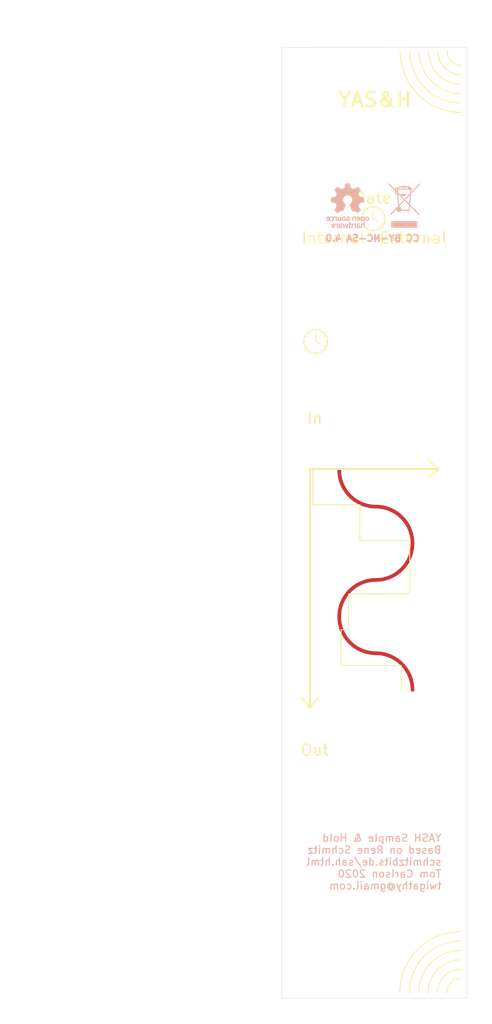
<source format=kicad_pcb>
(kicad_pcb (version 20171130) (host pcbnew "(5.1.4)-1")

  (general
    (thickness 1.6)
    (drawings 94)
    (tracks 0)
    (zones 0)
    (modules 11)
    (nets 2)
  )

  (page A4)
  (layers
    (0 F.Cu signal)
    (31 B.Cu signal)
    (32 B.Adhes user)
    (33 F.Adhes user)
    (34 B.Paste user)
    (35 F.Paste user)
    (36 B.SilkS user)
    (37 F.SilkS user)
    (38 B.Mask user)
    (39 F.Mask user)
    (40 Dwgs.User user)
    (41 Cmts.User user)
    (42 Eco1.User user)
    (43 Eco2.User user)
    (44 Edge.Cuts user)
    (45 Margin user)
    (46 B.CrtYd user)
    (47 F.CrtYd user)
    (48 B.Fab user)
    (49 F.Fab user)
  )

  (setup
    (last_trace_width 0.25)
    (trace_clearance 0.2)
    (zone_clearance 0.508)
    (zone_45_only no)
    (trace_min 0.2)
    (via_size 0.8)
    (via_drill 0.4)
    (via_min_size 0.4)
    (via_min_drill 0.3)
    (uvia_size 0.3)
    (uvia_drill 0.1)
    (uvias_allowed no)
    (uvia_min_size 0.2)
    (uvia_min_drill 0.1)
    (edge_width 0.05)
    (segment_width 0.2)
    (pcb_text_width 0.3)
    (pcb_text_size 1.5 1.5)
    (mod_edge_width 0.12)
    (mod_text_size 1 1)
    (mod_text_width 0.15)
    (pad_size 6.1 6.1)
    (pad_drill 6.1)
    (pad_to_mask_clearance 0.051)
    (solder_mask_min_width 0.25)
    (aux_axis_origin 0 0)
    (visible_elements 7FFFFFFF)
    (pcbplotparams
      (layerselection 0x010fc_ffffffff)
      (usegerberextensions false)
      (usegerberattributes false)
      (usegerberadvancedattributes false)
      (creategerberjobfile false)
      (excludeedgelayer true)
      (linewidth 0.100000)
      (plotframeref false)
      (viasonmask false)
      (mode 1)
      (useauxorigin false)
      (hpglpennumber 1)
      (hpglpenspeed 20)
      (hpglpendiameter 15.000000)
      (psnegative false)
      (psa4output false)
      (plotreference true)
      (plotvalue true)
      (plotinvisibletext false)
      (padsonsilk false)
      (subtractmaskfromsilk false)
      (outputformat 1)
      (mirror false)
      (drillshape 1)
      (scaleselection 1)
      (outputdirectory ""))
  )

  (net 0 "")
  (net 1 Earth)

  (net_class Default "This is the default net class."
    (clearance 0.2)
    (trace_width 0.25)
    (via_dia 0.8)
    (via_drill 0.4)
    (uvia_dia 0.3)
    (uvia_drill 0.1)
  )

  (net_class Power ""
    (clearance 0.2)
    (trace_width 0.5)
    (via_dia 0.8)
    (via_drill 0.4)
    (uvia_dia 0.3)
    (uvia_drill 0.1)
  )

  (module Symbol:WEEE-Logo_4.2x6mm_SilkScreen (layer B.Cu) (tedit 0) (tstamp 6043746F)
    (at 141.6304 91.44 180)
    (descr "Waste Electrical and Electronic Equipment Directive")
    (tags "Logo WEEE")
    (path /60041A75)
    (attr virtual)
    (fp_text reference J26 (at 0 0) (layer B.SilkS) hide
      (effects (font (size 1 1) (thickness 0.15)) (justify mirror))
    )
    (fp_text value WEEE (at 0.75 0) (layer B.Fab) hide
      (effects (font (size 1 1) (thickness 0.15)) (justify mirror))
    )
    (fp_poly (pts (xy 1.747822 -3.017822) (xy -1.772971 -3.017822) (xy -1.772971 -2.150198) (xy 1.747822 -2.150198)
      (xy 1.747822 -3.017822)) (layer B.SilkS) (width 0.01))
    (fp_poly (pts (xy 2.12443 2.935152) (xy 2.123811 2.848069) (xy 1.672086 2.389109) (xy 1.220361 1.930148)
      (xy 1.220032 1.719529) (xy 1.219703 1.508911) (xy 0.94461 1.508911) (xy 0.937522 1.45547)
      (xy 0.934838 1.431112) (xy 0.930313 1.385241) (xy 0.924191 1.320595) (xy 0.916712 1.239909)
      (xy 0.908119 1.145919) (xy 0.898654 1.041363) (xy 0.888558 0.928975) (xy 0.878074 0.811493)
      (xy 0.867444 0.691652) (xy 0.856909 0.572189) (xy 0.846713 0.455841) (xy 0.837095 0.345343)
      (xy 0.8283 0.243431) (xy 0.820568 0.152842) (xy 0.814142 0.076313) (xy 0.809263 0.016579)
      (xy 0.806175 -0.023624) (xy 0.805117 -0.041559) (xy 0.805118 -0.041644) (xy 0.812827 -0.056035)
      (xy 0.835981 -0.085748) (xy 0.874895 -0.131131) (xy 0.929884 -0.192529) (xy 1.001264 -0.270288)
      (xy 1.089349 -0.364754) (xy 1.194454 -0.476272) (xy 1.316895 -0.605188) (xy 1.35131 -0.641287)
      (xy 1.897137 -1.213416) (xy 1.808881 -1.301436) (xy 1.737485 -1.223758) (xy 1.711366 -1.195686)
      (xy 1.670566 -1.152274) (xy 1.617777 -1.096366) (xy 1.555691 -1.030808) (xy 1.487 -0.958441)
      (xy 1.414396 -0.882112) (xy 1.37096 -0.836524) (xy 1.289416 -0.751119) (xy 1.223504 -0.68271)
      (xy 1.171544 -0.630053) (xy 1.131855 -0.591905) (xy 1.102757 -0.56702) (xy 1.082569 -0.554156)
      (xy 1.06961 -0.552068) (xy 1.0622 -0.559513) (xy 1.058658 -0.575246) (xy 1.057303 -0.598023)
      (xy 1.057121 -0.604239) (xy 1.047703 -0.647061) (xy 1.024497 -0.698819) (xy 0.992136 -0.751328)
      (xy 0.955252 -0.796403) (xy 0.940493 -0.810328) (xy 0.864767 -0.859047) (xy 0.776308 -0.886306)
      (xy 0.6981 -0.892773) (xy 0.609468 -0.880576) (xy 0.527612 -0.844813) (xy 0.455164 -0.786722)
      (xy 0.441797 -0.772262) (xy 0.392918 -0.716733) (xy -0.452674 -0.716733) (xy -0.452674 -0.892773)
      (xy -0.67901 -0.892773) (xy -0.67901 -0.810531) (xy -0.68185 -0.754386) (xy -0.691393 -0.715416)
      (xy -0.702991 -0.694219) (xy -0.711277 -0.679052) (xy -0.718373 -0.657062) (xy -0.724748 -0.624987)
      (xy -0.730872 -0.579569) (xy -0.737216 -0.517548) (xy -0.74425 -0.435662) (xy -0.749066 -0.374746)
      (xy -0.771161 -0.089343) (xy -1.313565 -0.638805) (xy -1.411637 -0.738228) (xy -1.505784 -0.833815)
      (xy -1.594285 -0.92381) (xy -1.67542 -1.006457) (xy -1.747469 -1.080001) (xy -1.808712 -1.142684)
      (xy -1.857427 -1.192752) (xy -1.891896 -1.228448) (xy -1.910379 -1.247995) (xy -1.940743 -1.278944)
      (xy -1.966071 -1.30053) (xy -1.979695 -1.307723) (xy -1.997095 -1.299297) (xy -2.02246 -1.278245)
      (xy -2.031058 -1.269671) (xy -2.067514 -1.23162) (xy -1.866802 -1.027658) (xy -1.815596 -0.975699)
      (xy -1.749569 -0.90882) (xy -1.671618 -0.82995) (xy -1.584638 -0.742014) (xy -1.491526 -0.647941)
      (xy -1.395179 -0.550658) (xy -1.298492 -0.453093) (xy -1.229134 -0.383145) (xy -1.123703 -0.27655)
      (xy -1.035129 -0.186307) (xy -0.962281 -0.111192) (xy -0.904023 -0.049986) (xy -0.859225 -0.001466)
      (xy -0.837021 0.023871) (xy -0.658724 0.023871) (xy -0.636401 -0.261555) (xy -0.629669 -0.345219)
      (xy -0.623157 -0.421727) (xy -0.617234 -0.487081) (xy -0.612268 -0.537281) (xy -0.608629 -0.568329)
      (xy -0.607458 -0.575273) (xy -0.600838 -0.603565) (xy 0.348636 -0.603565) (xy 0.354974 -0.524606)
      (xy 0.37411 -0.431315) (xy 0.414154 -0.348791) (xy 0.472582 -0.280038) (xy 0.546871 -0.228063)
      (xy 0.630252 -0.196863) (xy 0.657302 -0.182228) (xy 0.670844 -0.150819) (xy 0.671128 -0.149434)
      (xy 0.672753 -0.136174) (xy 0.670744 -0.122595) (xy 0.663142 -0.106181) (xy 0.647984 -0.084411)
      (xy 0.623312 -0.054767) (xy 0.587164 -0.014732) (xy 0.53758 0.038215) (xy 0.472599 0.106591)
      (xy 0.468401 0.110995) (xy 0.398507 0.184389) (xy 0.3242 0.262563) (xy 0.250586 0.340136)
      (xy 0.182771 0.411725) (xy 0.12586 0.471949) (xy 0.113168 0.485413) (xy 0.064513 0.53618)
      (xy 0.021291 0.579625) (xy -0.013395 0.612759) (xy -0.036444 0.632595) (xy -0.044182 0.636954)
      (xy -0.055722 0.62783) (xy -0.08271 0.6028) (xy -0.123021 0.563948) (xy -0.174529 0.513357)
      (xy -0.235109 0.453112) (xy -0.302636 0.385296) (xy -0.357826 0.329435) (xy -0.658724 0.023871)
      (xy -0.837021 0.023871) (xy -0.826751 0.035589) (xy -0.805471 0.062401) (xy -0.794251 0.080192)
      (xy -0.791754 0.08843) (xy -0.7927 0.10641) (xy -0.795573 0.147108) (xy -0.800187 0.208181)
      (xy -0.806358 0.287287) (xy -0.813898 0.382086) (xy -0.822621 0.490233) (xy -0.832343 0.609388)
      (xy -0.842876 0.737209) (xy -0.851365 0.839365) (xy -0.899396 1.415326) (xy -0.775805 1.415326)
      (xy -0.775273 1.402896) (xy -0.772769 1.36789) (xy -0.768496 1.312785) (xy -0.762653 1.240057)
      (xy -0.755443 1.152186) (xy -0.747066 1.051649) (xy -0.737723 0.940923) (xy -0.728758 0.835795)
      (xy -0.718602 0.716517) (xy -0.709142 0.60392) (xy -0.700596 0.500695) (xy -0.693179 0.409527)
      (xy -0.687108 0.333105) (xy -0.682601 0.274117) (xy -0.679873 0.235251) (xy -0.679116 0.220156)
      (xy -0.677935 0.210762) (xy -0.673256 0.207034) (xy -0.663276 0.210529) (xy -0.64619 0.222801)
      (xy -0.620196 0.245406) (xy -0.58349 0.2799) (xy -0.534267 0.327838) (xy -0.470726 0.390776)
      (xy -0.403305 0.458032) (xy -0.127601 0.733523) (xy -0.129533 0.735594) (xy 0.05271 0.735594)
      (xy 0.061016 0.72422) (xy 0.084267 0.697437) (xy 0.120135 0.657708) (xy 0.166287 0.607493)
      (xy 0.220394 0.549254) (xy 0.280126 0.485453) (xy 0.343152 0.418551) (xy 0.407142 0.35101)
      (xy 0.469764 0.28529) (xy 0.52869 0.223854) (xy 0.581588 0.169163) (xy 0.626128 0.123678)
      (xy 0.65998 0.089862) (xy 0.680812 0.070174) (xy 0.686494 0.066163) (xy 0.688366 0.079109)
      (xy 0.692254 0.114866) (xy 0.697943 0.171196) (xy 0.705219 0.24586) (xy 0.713869 0.33662)
      (xy 0.723678 0.441238) (xy 0.734434 0.557474) (xy 0.745921 0.683092) (xy 0.755093 0.784382)
      (xy 0.766826 0.915721) (xy 0.777665 1.039448) (xy 0.78743 1.153319) (xy 0.795937 1.255089)
      (xy 0.803005 1.342513) (xy 0.808451 1.413347) (xy 0.812092 1.465347) (xy 0.813747 1.496268)
      (xy 0.813558 1.504297) (xy 0.803666 1.497146) (xy 0.778476 1.474159) (xy 0.74019 1.437561)
      (xy 0.691011 1.389578) (xy 0.633139 1.332434) (xy 0.568778 1.268353) (xy 0.500129 1.199562)
      (xy 0.429395 1.128284) (xy 0.358778 1.056745) (xy 0.29048 0.98717) (xy 0.226704 0.921783)
      (xy 0.16965 0.862809) (xy 0.121522 0.812473) (xy 0.084522 0.773001) (xy 0.060852 0.746617)
      (xy 0.05271 0.735594) (xy -0.129533 0.735594) (xy -0.230409 0.843705) (xy -0.282768 0.899623)
      (xy -0.341535 0.962052) (xy -0.404385 1.028557) (xy -0.468995 1.096702) (xy -0.533042 1.164052)
      (xy -0.594203 1.228172) (xy -0.650153 1.286628) (xy -0.69857 1.336982) (xy -0.73713 1.376802)
      (xy -0.763509 1.40365) (xy -0.775384 1.415092) (xy -0.775805 1.415326) (xy -0.899396 1.415326)
      (xy -0.911401 1.559274) (xy -1.511938 2.190842) (xy -2.112475 2.822411) (xy -2.112034 2.910685)
      (xy -2.111592 2.99896) (xy -2.014583 2.895334) (xy -1.960291 2.837537) (xy -1.896192 2.769632)
      (xy -1.824016 2.693428) (xy -1.745492 2.610731) (xy -1.662349 2.523347) (xy -1.576319 2.433085)
      (xy -1.48913 2.34175) (xy -1.402513 2.251151) (xy -1.318197 2.163093) (xy -1.237912 2.079385)
      (xy -1.163387 2.001833) (xy -1.096354 1.932243) (xy -1.038541 1.872424) (xy -0.991679 1.824182)
      (xy -0.957496 1.789324) (xy -0.937724 1.769657) (xy -0.93339 1.765884) (xy -0.933092 1.779008)
      (xy -0.934731 1.812611) (xy -0.938023 1.86212) (xy -0.942682 1.922963) (xy -0.944682 1.947268)
      (xy -0.959577 2.125049) (xy -0.842955 2.125049) (xy -0.836934 2.096757) (xy -0.833863 2.074382)
      (xy -0.829548 2.032283) (xy -0.824488 1.975822) (xy -0.819181 1.910365) (xy -0.817344 1.886138)
      (xy -0.811927 1.816579) (xy -0.806459 1.751982) (xy -0.801488 1.698452) (xy -0.797561 1.66209)
      (xy -0.796675 1.655491) (xy -0.793334 1.641944) (xy -0.786101 1.626086) (xy -0.77344 1.606139)
      (xy -0.753811 1.580327) (xy -0.725678 1.546871) (xy -0.687502 1.503993) (xy -0.637746 1.449917)
      (xy -0.574871 1.382864) (xy -0.497341 1.301057) (xy -0.418251 1.21805) (xy -0.339564 1.135906)
      (xy -0.266112 1.059831) (xy -0.199724 0.991675) (xy -0.142227 0.933288) (xy -0.095451 0.886519)
      (xy -0.061224 0.853218) (xy -0.041373 0.835233) (xy -0.03714 0.832558) (xy -0.026003 0.842259)
      (xy 0.000029 0.867559) (xy 0.03843 0.905918) (xy 0.086672 0.9548) (xy 0.14223 1.011666)
      (xy 0.182408 1.053094) (xy 0.392169 1.27) (xy -0.226337 1.27) (xy -0.226337 1.508911)
      (xy 0.528119 1.508911) (xy 0.528119 1.402458) (xy 0.666435 1.540346) (xy 0.764553 1.63816)
      (xy 0.955643 1.63816) (xy 0.957471 1.62273) (xy 0.966723 1.614133) (xy 0.98905 1.610387)
      (xy 1.030105 1.609511) (xy 1.037376 1.609505) (xy 1.119109 1.609505) (xy 1.119109 1.828828)
      (xy 1.037376 1.747821) (xy 0.99127 1.698572) (xy 0.963694 1.660841) (xy 0.955643 1.63816)
      (xy 0.764553 1.63816) (xy 0.804752 1.678234) (xy 0.804752 1.801048) (xy 0.805137 1.85755)
      (xy 0.8069 1.893495) (xy 0.81095 1.91347) (xy 0.818199 1.922063) (xy 0.82913 1.923861)
      (xy 0.841288 1.926502) (xy 0.850273 1.937088) (xy 0.857174 1.959619) (xy 0.863076 1.998091)
      (xy 0.869065 2.056502) (xy 0.870987 2.077896) (xy 0.875148 2.125049) (xy -0.842955 2.125049)
      (xy -0.959577 2.125049) (xy -1.119109 2.125049) (xy -1.119109 2.238218) (xy -1.051314 2.238218)
      (xy -1.011662 2.239304) (xy -0.990116 2.244546) (xy -0.98748 2.247666) (xy -0.848616 2.247666)
      (xy -0.841308 2.240538) (xy -0.815993 2.238338) (xy -0.798908 2.238218) (xy -0.741881 2.238218)
      (xy -0.529221 2.238218) (xy 0.885302 2.238218) (xy 0.837458 2.287214) (xy 0.76315 2.347676)
      (xy 0.671184 2.394309) (xy 0.560002 2.427751) (xy 0.449529 2.446247) (xy 0.377227 2.454878)
      (xy 0.377227 2.36396) (xy -0.201188 2.36396) (xy -0.201188 2.467107) (xy -0.286065 2.458504)
      (xy -0.345368 2.451244) (xy -0.408551 2.441621) (xy -0.446386 2.434748) (xy -0.521832 2.419593)
      (xy -0.525526 2.328905) (xy -0.529221 2.238218) (xy -0.741881 2.238218) (xy -0.741881 2.288515)
      (xy -0.743544 2.320024) (xy -0.747697 2.337537) (xy -0.749371 2.338812) (xy -0.767987 2.330746)
      (xy -0.795183 2.31118) (xy -0.822448 2.287056) (xy -0.841267 2.265318) (xy -0.842943 2.262492)
      (xy -0.848616 2.247666) (xy -0.98748 2.247666) (xy -0.979662 2.256919) (xy -0.975442 2.270396)
      (xy -0.958219 2.305373) (xy -0.925138 2.347421) (xy -0.881893 2.390644) (xy -0.834174 2.429146)
      (xy -0.80283 2.449199) (xy -0.767123 2.471149) (xy -0.748819 2.489589) (xy -0.742388 2.511332)
      (xy -0.741894 2.524282) (xy -0.741894 2.527425) (xy -0.100594 2.527425) (xy -0.100594 2.464554)
      (xy 0.276633 2.464554) (xy 0.276633 2.527425) (xy -0.100594 2.527425) (xy -0.741894 2.527425)
      (xy -0.741881 2.565148) (xy -0.636048 2.565148) (xy -0.587355 2.563971) (xy -0.549405 2.560835)
      (xy -0.528308 2.556329) (xy -0.526023 2.554505) (xy -0.512641 2.551705) (xy -0.480074 2.552852)
      (xy -0.433916 2.557607) (xy -0.402376 2.561997) (xy -0.345188 2.570622) (xy -0.292886 2.578409)
      (xy -0.253582 2.584153) (xy -0.242055 2.585785) (xy -0.211937 2.595112) (xy -0.201188 2.609728)
      (xy -0.19792 2.61568) (xy -0.18623 2.620222) (xy -0.163288 2.62353) (xy -0.126265 2.625785)
      (xy -0.072332 2.627166) (xy 0.00134 2.62785) (xy 0.08802 2.62802) (xy 0.180529 2.627923)
      (xy 0.250906 2.62747) (xy 0.302164 2.62641) (xy 0.33732 2.624497) (xy 0.359389 2.621481)
      (xy 0.371385 2.617115) (xy 0.376324 2.611151) (xy 0.377227 2.604216) (xy 0.384921 2.582205)
      (xy 0.410121 2.569679) (xy 0.456009 2.565212) (xy 0.464264 2.565148) (xy 0.541973 2.557132)
      (xy 0.630233 2.535064) (xy 0.721085 2.501916) (xy 0.80657 2.460661) (xy 0.878726 2.414269)
      (xy 0.888072 2.406918) (xy 0.918533 2.383002) (xy 0.936572 2.373424) (xy 0.949169 2.37652)
      (xy 0.9621 2.389296) (xy 1.000293 2.414322) (xy 1.049998 2.423929) (xy 1.103524 2.418933)
      (xy 1.153178 2.400149) (xy 1.191267 2.368394) (xy 1.194025 2.364703) (xy 1.222526 2.305425)
      (xy 1.227828 2.244066) (xy 1.210518 2.185573) (xy 1.17118 2.134896) (xy 1.16637 2.130711)
      (xy 1.13844 2.110833) (xy 1.110102 2.102079) (xy 1.070263 2.101447) (xy 1.060311 2.102008)
      (xy 1.021332 2.103438) (xy 1.001254 2.100161) (xy 0.993985 2.090272) (xy 0.99324 2.081039)
      (xy 0.991716 2.054256) (xy 0.987935 2.013975) (xy 0.985218 1.989876) (xy 0.981277 1.951599)
      (xy 0.982916 1.932004) (xy 0.992421 1.924842) (xy 1.009351 1.923861) (xy 1.019392 1.927099)
      (xy 1.03559 1.93758) (xy 1.059145 1.956452) (xy 1.091257 1.984865) (xy 1.133128 2.023965)
      (xy 1.185957 2.074903) (xy 1.250945 2.138827) (xy 1.329291 2.216886) (xy 1.422197 2.310228)
      (xy 1.530863 2.420002) (xy 1.583231 2.473048) (xy 2.125049 3.022233) (xy 2.12443 2.935152)) (layer B.SilkS) (width 0.01))
  )

  (module Symbol:OSHW-Logo_5.7x6mm_SilkScreen (layer B.Cu) (tedit 0) (tstamp 6043745A)
    (at 133.985 91.4908 180)
    (descr "Open Source Hardware Logo")
    (tags "Logo OSHW")
    (path /600400DA)
    (attr virtual)
    (fp_text reference J27 (at 0 0) (layer B.SilkS) hide
      (effects (font (size 1 1) (thickness 0.15)) (justify mirror))
    )
    (fp_text value OSHW (at 0.75 0) (layer B.Fab) hide
      (effects (font (size 1 1) (thickness 0.15)) (justify mirror))
    )
    (fp_poly (pts (xy -1.908759 -1.469184) (xy -1.882247 -1.482282) (xy -1.849553 -1.505106) (xy -1.825725 -1.529996)
      (xy -1.809406 -1.561249) (xy -1.79924 -1.603166) (xy -1.793872 -1.660044) (xy -1.791944 -1.736184)
      (xy -1.791831 -1.768917) (xy -1.792161 -1.840656) (xy -1.793527 -1.891927) (xy -1.7965 -1.927404)
      (xy -1.801649 -1.951763) (xy -1.809543 -1.96968) (xy -1.817757 -1.981902) (xy -1.870187 -2.033905)
      (xy -1.93193 -2.065184) (xy -1.998536 -2.074592) (xy -2.065558 -2.06098) (xy -2.086792 -2.051354)
      (xy -2.137624 -2.024859) (xy -2.137624 -2.440052) (xy -2.100525 -2.420868) (xy -2.051643 -2.406025)
      (xy -1.991561 -2.402222) (xy -1.931564 -2.409243) (xy -1.886256 -2.425013) (xy -1.848675 -2.455047)
      (xy -1.816564 -2.498024) (xy -1.81415 -2.502436) (xy -1.803967 -2.523221) (xy -1.79653 -2.54417)
      (xy -1.791411 -2.569548) (xy -1.788181 -2.603618) (xy -1.786413 -2.650641) (xy -1.785677 -2.714882)
      (xy -1.785544 -2.787176) (xy -1.785544 -3.017822) (xy -1.923861 -3.017822) (xy -1.923861 -2.592533)
      (xy -1.962549 -2.559979) (xy -2.002738 -2.53394) (xy -2.040797 -2.529205) (xy -2.079066 -2.541389)
      (xy -2.099462 -2.55332) (xy -2.114642 -2.570313) (xy -2.125438 -2.595995) (xy -2.132683 -2.633991)
      (xy -2.137208 -2.687926) (xy -2.139844 -2.761425) (xy -2.140772 -2.810347) (xy -2.143911 -3.011535)
      (xy -2.209926 -3.015336) (xy -2.27594 -3.019136) (xy -2.27594 -1.77065) (xy -2.137624 -1.77065)
      (xy -2.134097 -1.840254) (xy -2.122215 -1.888569) (xy -2.10002 -1.918631) (xy -2.065559 -1.933471)
      (xy -2.030742 -1.936436) (xy -1.991329 -1.933028) (xy -1.965171 -1.919617) (xy -1.948814 -1.901896)
      (xy -1.935937 -1.882835) (xy -1.928272 -1.861601) (xy -1.924861 -1.831849) (xy -1.924749 -1.787236)
      (xy -1.925897 -1.74988) (xy -1.928532 -1.693604) (xy -1.932456 -1.656658) (xy -1.939063 -1.633223)
      (xy -1.949749 -1.61748) (xy -1.959833 -1.60838) (xy -2.00197 -1.588537) (xy -2.05184 -1.585332)
      (xy -2.080476 -1.592168) (xy -2.108828 -1.616464) (xy -2.127609 -1.663728) (xy -2.136712 -1.733624)
      (xy -2.137624 -1.77065) (xy -2.27594 -1.77065) (xy -2.27594 -1.458614) (xy -2.206782 -1.458614)
      (xy -2.16526 -1.460256) (xy -2.143838 -1.466087) (xy -2.137626 -1.477461) (xy -2.137624 -1.477798)
      (xy -2.134742 -1.488938) (xy -2.12203 -1.487673) (xy -2.096757 -1.475433) (xy -2.037869 -1.456707)
      (xy -1.971615 -1.454739) (xy -1.908759 -1.469184)) (layer B.SilkS) (width 0.01))
    (fp_poly (pts (xy -1.38421 -2.406555) (xy -1.325055 -2.422339) (xy -1.280023 -2.450948) (xy -1.248246 -2.488419)
      (xy -1.238366 -2.504411) (xy -1.231073 -2.521163) (xy -1.225974 -2.542592) (xy -1.222679 -2.572616)
      (xy -1.220797 -2.615154) (xy -1.219937 -2.674122) (xy -1.219707 -2.75344) (xy -1.219703 -2.774484)
      (xy -1.219703 -3.017822) (xy -1.280059 -3.017822) (xy -1.318557 -3.015126) (xy -1.347023 -3.008295)
      (xy -1.354155 -3.004083) (xy -1.373652 -2.996813) (xy -1.393566 -3.004083) (xy -1.426353 -3.01316)
      (xy -1.473978 -3.016813) (xy -1.526764 -3.015228) (xy -1.575036 -3.008589) (xy -1.603218 -3.000072)
      (xy -1.657753 -2.965063) (xy -1.691835 -2.916479) (xy -1.707157 -2.851882) (xy -1.707299 -2.850223)
      (xy -1.705955 -2.821566) (xy -1.584356 -2.821566) (xy -1.573726 -2.854161) (xy -1.55641 -2.872505)
      (xy -1.521652 -2.886379) (xy -1.475773 -2.891917) (xy -1.428988 -2.889191) (xy -1.391514 -2.878274)
      (xy -1.381015 -2.871269) (xy -1.362668 -2.838904) (xy -1.35802 -2.802111) (xy -1.35802 -2.753763)
      (xy -1.427582 -2.753763) (xy -1.493667 -2.75885) (xy -1.543764 -2.773263) (xy -1.574929 -2.795729)
      (xy -1.584356 -2.821566) (xy -1.705955 -2.821566) (xy -1.703987 -2.779647) (xy -1.68071 -2.723845)
      (xy -1.636948 -2.681647) (xy -1.630899 -2.677808) (xy -1.604907 -2.665309) (xy -1.572735 -2.65774)
      (xy -1.52776 -2.654061) (xy -1.474331 -2.653216) (xy -1.35802 -2.653169) (xy -1.35802 -2.604411)
      (xy -1.362953 -2.566581) (xy -1.375543 -2.541236) (xy -1.377017 -2.539887) (xy -1.405034 -2.5288)
      (xy -1.447326 -2.524503) (xy -1.494064 -2.526615) (xy -1.535418 -2.534756) (xy -1.559957 -2.546965)
      (xy -1.573253 -2.556746) (xy -1.587294 -2.558613) (xy -1.606671 -2.5506) (xy -1.635976 -2.530739)
      (xy -1.679803 -2.497063) (xy -1.683825 -2.493909) (xy -1.681764 -2.482236) (xy -1.664568 -2.462822)
      (xy -1.638433 -2.441248) (xy -1.609552 -2.423096) (xy -1.600478 -2.418809) (xy -1.56738 -2.410256)
      (xy -1.51888 -2.404155) (xy -1.464695 -2.401708) (xy -1.462161 -2.401703) (xy -1.38421 -2.406555)) (layer B.SilkS) (width 0.01))
    (fp_poly (pts (xy -0.993356 -2.40302) (xy -0.974539 -2.40866) (xy -0.968473 -2.421053) (xy -0.968218 -2.426647)
      (xy -0.967129 -2.44223) (xy -0.959632 -2.444676) (xy -0.939381 -2.433993) (xy -0.927351 -2.426694)
      (xy -0.8894 -2.411063) (xy -0.844072 -2.403334) (xy -0.796544 -2.40274) (xy -0.751995 -2.408513)
      (xy -0.715602 -2.419884) (xy -0.692543 -2.436088) (xy -0.687996 -2.456355) (xy -0.690291 -2.461843)
      (xy -0.70702 -2.484626) (xy -0.732963 -2.512647) (xy -0.737655 -2.517177) (xy -0.762383 -2.538005)
      (xy -0.783718 -2.544735) (xy -0.813555 -2.540038) (xy -0.825508 -2.536917) (xy -0.862705 -2.529421)
      (xy -0.888859 -2.532792) (xy -0.910946 -2.544681) (xy -0.931178 -2.560635) (xy -0.946079 -2.5807)
      (xy -0.956434 -2.608702) (xy -0.963029 -2.648467) (xy -0.966649 -2.703823) (xy -0.968078 -2.778594)
      (xy -0.968218 -2.82374) (xy -0.968218 -3.017822) (xy -1.09396 -3.017822) (xy -1.09396 -2.401683)
      (xy -1.031089 -2.401683) (xy -0.993356 -2.40302)) (layer B.SilkS) (width 0.01))
    (fp_poly (pts (xy -0.201188 -3.017822) (xy -0.270346 -3.017822) (xy -0.310488 -3.016645) (xy -0.331394 -3.011772)
      (xy -0.338922 -3.001186) (xy -0.339505 -2.994029) (xy -0.340774 -2.979676) (xy -0.348779 -2.976923)
      (xy -0.369815 -2.985771) (xy -0.386173 -2.994029) (xy -0.448977 -3.013597) (xy -0.517248 -3.014729)
      (xy -0.572752 -3.000135) (xy -0.624438 -2.964877) (xy -0.663838 -2.912835) (xy -0.685413 -2.85145)
      (xy -0.685962 -2.848018) (xy -0.689167 -2.810571) (xy -0.690761 -2.756813) (xy -0.690633 -2.716155)
      (xy -0.553279 -2.716155) (xy -0.550097 -2.770194) (xy -0.542859 -2.814735) (xy -0.53306 -2.839888)
      (xy -0.495989 -2.87426) (xy -0.451974 -2.886582) (xy -0.406584 -2.876618) (xy -0.367797 -2.846895)
      (xy -0.353108 -2.826905) (xy -0.344519 -2.80305) (xy -0.340496 -2.76823) (xy -0.339505 -2.71593)
      (xy -0.341278 -2.664139) (xy -0.345963 -2.618634) (xy -0.352603 -2.588181) (xy -0.35371 -2.585452)
      (xy -0.380491 -2.553) (xy -0.419579 -2.535183) (xy -0.463315 -2.532306) (xy -0.504038 -2.544674)
      (xy -0.534087 -2.572593) (xy -0.537204 -2.578148) (xy -0.546961 -2.612022) (xy -0.552277 -2.660728)
      (xy -0.553279 -2.716155) (xy -0.690633 -2.716155) (xy -0.690568 -2.69554) (xy -0.689664 -2.662563)
      (xy -0.683514 -2.580981) (xy -0.670733 -2.51973) (xy -0.649471 -2.474449) (xy -0.617878 -2.440779)
      (xy -0.587207 -2.421014) (xy -0.544354 -2.40712) (xy -0.491056 -2.402354) (xy -0.43648 -2.406236)
      (xy -0.389792 -2.418282) (xy -0.365124 -2.432693) (xy -0.339505 -2.455878) (xy -0.339505 -2.162773)
      (xy -0.201188 -2.162773) (xy -0.201188 -3.017822)) (layer B.SilkS) (width 0.01))
    (fp_poly (pts (xy 0.281524 -2.404237) (xy 0.331255 -2.407971) (xy 0.461291 -2.797773) (xy 0.481678 -2.728614)
      (xy 0.493946 -2.685874) (xy 0.510085 -2.628115) (xy 0.527512 -2.564625) (xy 0.536726 -2.53057)
      (xy 0.571388 -2.401683) (xy 0.714391 -2.401683) (xy 0.671646 -2.536857) (xy 0.650596 -2.603342)
      (xy 0.625167 -2.683539) (xy 0.59861 -2.767193) (xy 0.574902 -2.841782) (xy 0.520902 -3.011535)
      (xy 0.462598 -3.015328) (xy 0.404295 -3.019122) (xy 0.372679 -2.914734) (xy 0.353182 -2.849889)
      (xy 0.331904 -2.7784) (xy 0.313308 -2.715263) (xy 0.312574 -2.71275) (xy 0.298684 -2.669969)
      (xy 0.286429 -2.640779) (xy 0.277846 -2.629741) (xy 0.276082 -2.631018) (xy 0.269891 -2.64813)
      (xy 0.258128 -2.684787) (xy 0.242225 -2.736378) (xy 0.223614 -2.798294) (xy 0.213543 -2.832352)
      (xy 0.159007 -3.017822) (xy 0.043264 -3.017822) (xy -0.049263 -2.725471) (xy -0.075256 -2.643462)
      (xy -0.098934 -2.568987) (xy -0.11918 -2.505544) (xy -0.134874 -2.456632) (xy -0.144898 -2.425749)
      (xy -0.147945 -2.416726) (xy -0.145533 -2.407487) (xy -0.126592 -2.403441) (xy -0.087177 -2.403846)
      (xy -0.081007 -2.404152) (xy -0.007914 -2.407971) (xy 0.039957 -2.58401) (xy 0.057553 -2.648211)
      (xy 0.073277 -2.704649) (xy 0.085746 -2.748422) (xy 0.093574 -2.77463) (xy 0.09502 -2.778903)
      (xy 0.101014 -2.77399) (xy 0.113101 -2.748532) (xy 0.129893 -2.705997) (xy 0.150003 -2.64985)
      (xy 0.167003 -2.59913) (xy 0.231794 -2.400504) (xy 0.281524 -2.404237)) (layer B.SilkS) (width 0.01))
    (fp_poly (pts (xy 1.038411 -2.405417) (xy 1.091411 -2.41829) (xy 1.106731 -2.42511) (xy 1.136428 -2.442974)
      (xy 1.15922 -2.463093) (xy 1.176083 -2.488962) (xy 1.187998 -2.524073) (xy 1.195942 -2.57192)
      (xy 1.200894 -2.635996) (xy 1.203831 -2.719794) (xy 1.204947 -2.775768) (xy 1.209052 -3.017822)
      (xy 1.138932 -3.017822) (xy 1.096393 -3.016038) (xy 1.074476 -3.009942) (xy 1.068812 -2.999706)
      (xy 1.065821 -2.988637) (xy 1.052451 -2.990754) (xy 1.034233 -2.999629) (xy 0.988624 -3.013233)
      (xy 0.930007 -3.016899) (xy 0.868354 -3.010903) (xy 0.813638 -2.995521) (xy 0.80873 -2.993386)
      (xy 0.758723 -2.958255) (xy 0.725756 -2.909419) (xy 0.710587 -2.852333) (xy 0.711746 -2.831824)
      (xy 0.835508 -2.831824) (xy 0.846413 -2.859425) (xy 0.878745 -2.879204) (xy 0.93091 -2.889819)
      (xy 0.958787 -2.891228) (xy 1.005247 -2.88762) (xy 1.036129 -2.873597) (xy 1.043664 -2.866931)
      (xy 1.064076 -2.830666) (xy 1.068812 -2.797773) (xy 1.068812 -2.753763) (xy 1.007513 -2.753763)
      (xy 0.936256 -2.757395) (xy 0.886276 -2.768818) (xy 0.854696 -2.788824) (xy 0.847626 -2.797743)
      (xy 0.835508 -2.831824) (xy 0.711746 -2.831824) (xy 0.713971 -2.792456) (xy 0.736663 -2.735244)
      (xy 0.767624 -2.69658) (xy 0.786376 -2.679864) (xy 0.804733 -2.668878) (xy 0.828619 -2.66218)
      (xy 0.863957 -2.658326) (xy 0.916669 -2.655873) (xy 0.937577 -2.655168) (xy 1.068812 -2.650879)
      (xy 1.06862 -2.611158) (xy 1.063537 -2.569405) (xy 1.045162 -2.544158) (xy 1.008039 -2.52803)
      (xy 1.007043 -2.527742) (xy 0.95441 -2.5214) (xy 0.902906 -2.529684) (xy 0.86463 -2.549827)
      (xy 0.849272 -2.559773) (xy 0.83273 -2.558397) (xy 0.807275 -2.543987) (xy 0.792328 -2.533817)
      (xy 0.763091 -2.512088) (xy 0.74498 -2.4958) (xy 0.742074 -2.491137) (xy 0.75404 -2.467005)
      (xy 0.789396 -2.438185) (xy 0.804753 -2.428461) (xy 0.848901 -2.411714) (xy 0.908398 -2.402227)
      (xy 0.974487 -2.400095) (xy 1.038411 -2.405417)) (layer B.SilkS) (width 0.01))
    (fp_poly (pts (xy 1.635255 -2.401486) (xy 1.683595 -2.411015) (xy 1.711114 -2.425125) (xy 1.740064 -2.448568)
      (xy 1.698876 -2.500571) (xy 1.673482 -2.532064) (xy 1.656238 -2.547428) (xy 1.639102 -2.549776)
      (xy 1.614027 -2.542217) (xy 1.602257 -2.537941) (xy 1.55427 -2.531631) (xy 1.510324 -2.545156)
      (xy 1.47806 -2.57571) (xy 1.472819 -2.585452) (xy 1.467112 -2.611258) (xy 1.462706 -2.658817)
      (xy 1.459811 -2.724758) (xy 1.458631 -2.80571) (xy 1.458614 -2.817226) (xy 1.458614 -3.017822)
      (xy 1.320297 -3.017822) (xy 1.320297 -2.401683) (xy 1.389456 -2.401683) (xy 1.429333 -2.402725)
      (xy 1.450107 -2.407358) (xy 1.457789 -2.417849) (xy 1.458614 -2.427745) (xy 1.458614 -2.453806)
      (xy 1.491745 -2.427745) (xy 1.529735 -2.409965) (xy 1.58077 -2.401174) (xy 1.635255 -2.401486)) (layer B.SilkS) (width 0.01))
    (fp_poly (pts (xy 2.032581 -2.40497) (xy 2.092685 -2.420597) (xy 2.143021 -2.452848) (xy 2.167393 -2.47694)
      (xy 2.207345 -2.533895) (xy 2.230242 -2.599965) (xy 2.238108 -2.681182) (xy 2.238148 -2.687748)
      (xy 2.238218 -2.753763) (xy 1.858264 -2.753763) (xy 1.866363 -2.788342) (xy 1.880987 -2.819659)
      (xy 1.906581 -2.852291) (xy 1.911935 -2.8575) (xy 1.957943 -2.885694) (xy 2.01041 -2.890475)
      (xy 2.070803 -2.871926) (xy 2.08104 -2.866931) (xy 2.112439 -2.851745) (xy 2.13347 -2.843094)
      (xy 2.137139 -2.842293) (xy 2.149948 -2.850063) (xy 2.174378 -2.869072) (xy 2.186779 -2.87946)
      (xy 2.212476 -2.903321) (xy 2.220915 -2.919077) (xy 2.215058 -2.933571) (xy 2.211928 -2.937534)
      (xy 2.190725 -2.954879) (xy 2.155738 -2.975959) (xy 2.131337 -2.988265) (xy 2.062072 -3.009946)
      (xy 1.985388 -3.016971) (xy 1.912765 -3.008647) (xy 1.892426 -3.002686) (xy 1.829476 -2.968952)
      (xy 1.782815 -2.917045) (xy 1.752173 -2.846459) (xy 1.737282 -2.756692) (xy 1.735647 -2.709753)
      (xy 1.740421 -2.641413) (xy 1.86099 -2.641413) (xy 1.872652 -2.646465) (xy 1.903998 -2.650429)
      (xy 1.949571 -2.652768) (xy 1.980446 -2.653169) (xy 2.035981 -2.652783) (xy 2.071033 -2.650975)
      (xy 2.090262 -2.646773) (xy 2.09833 -2.639203) (xy 2.099901 -2.628218) (xy 2.089121 -2.594381)
      (xy 2.06198 -2.56094) (xy 2.026277 -2.535272) (xy 1.99056 -2.524772) (xy 1.942048 -2.534086)
      (xy 1.900053 -2.561013) (xy 1.870936 -2.599827) (xy 1.86099 -2.641413) (xy 1.740421 -2.641413)
      (xy 1.742599 -2.610236) (xy 1.764055 -2.530949) (xy 1.80047 -2.471263) (xy 1.852297 -2.430549)
      (xy 1.91999 -2.408179) (xy 1.956662 -2.403871) (xy 2.032581 -2.40497)) (layer B.SilkS) (width 0.01))
    (fp_poly (pts (xy -2.538261 -1.465148) (xy -2.472479 -1.494231) (xy -2.42254 -1.542793) (xy -2.388374 -1.610908)
      (xy -2.369907 -1.698651) (xy -2.368583 -1.712351) (xy -2.367546 -1.808939) (xy -2.380993 -1.893602)
      (xy -2.408108 -1.962221) (xy -2.422627 -1.984294) (xy -2.473201 -2.031011) (xy -2.537609 -2.061268)
      (xy -2.609666 -2.073824) (xy -2.683185 -2.067439) (xy -2.739072 -2.047772) (xy -2.787132 -2.014629)
      (xy -2.826412 -1.971175) (xy -2.827092 -1.970158) (xy -2.843044 -1.943338) (xy -2.85341 -1.916368)
      (xy -2.859688 -1.882332) (xy -2.863373 -1.83431) (xy -2.864997 -1.794931) (xy -2.865672 -1.759219)
      (xy -2.739955 -1.759219) (xy -2.738726 -1.79477) (xy -2.734266 -1.842094) (xy -2.726397 -1.872465)
      (xy -2.712207 -1.894072) (xy -2.698917 -1.906694) (xy -2.651802 -1.933122) (xy -2.602505 -1.936653)
      (xy -2.556593 -1.917639) (xy -2.533638 -1.896331) (xy -2.517096 -1.874859) (xy -2.507421 -1.854313)
      (xy -2.503174 -1.827574) (xy -2.50292 -1.787523) (xy -2.504228 -1.750638) (xy -2.507043 -1.697947)
      (xy -2.511505 -1.663772) (xy -2.519548 -1.64148) (xy -2.533103 -1.624442) (xy -2.543845 -1.614703)
      (xy -2.588777 -1.589123) (xy -2.637249 -1.587847) (xy -2.677894 -1.602999) (xy -2.712567 -1.634642)
      (xy -2.733224 -1.68662) (xy -2.739955 -1.759219) (xy -2.865672 -1.759219) (xy -2.866479 -1.716621)
      (xy -2.863948 -1.658056) (xy -2.856362 -1.614007) (xy -2.842681 -1.579248) (xy -2.821865 -1.548551)
      (xy -2.814147 -1.539436) (xy -2.765889 -1.494021) (xy -2.714128 -1.467493) (xy -2.650828 -1.456379)
      (xy -2.619961 -1.455471) (xy -2.538261 -1.465148)) (layer B.SilkS) (width 0.01))
    (fp_poly (pts (xy -1.356699 -1.472614) (xy -1.344168 -1.478514) (xy -1.300799 -1.510283) (xy -1.25979 -1.556646)
      (xy -1.229168 -1.607696) (xy -1.220459 -1.631166) (xy -1.212512 -1.673091) (xy -1.207774 -1.723757)
      (xy -1.207199 -1.744679) (xy -1.207129 -1.810693) (xy -1.587083 -1.810693) (xy -1.578983 -1.845273)
      (xy -1.559104 -1.88617) (xy -1.524347 -1.921514) (xy -1.482998 -1.944282) (xy -1.456649 -1.94901)
      (xy -1.420916 -1.943273) (xy -1.378282 -1.928882) (xy -1.363799 -1.922262) (xy -1.31024 -1.895513)
      (xy -1.264533 -1.930376) (xy -1.238158 -1.953955) (xy -1.224124 -1.973417) (xy -1.223414 -1.979129)
      (xy -1.235951 -1.992973) (xy -1.263428 -2.014012) (xy -1.288366 -2.030425) (xy -1.355664 -2.05993)
      (xy -1.43111 -2.073284) (xy -1.505888 -2.069812) (xy -1.565495 -2.051663) (xy -1.626941 -2.012784)
      (xy -1.670608 -1.961595) (xy -1.697926 -1.895367) (xy -1.710322 -1.811371) (xy -1.711421 -1.772936)
      (xy -1.707022 -1.684861) (xy -1.706482 -1.682299) (xy -1.580582 -1.682299) (xy -1.577115 -1.690558)
      (xy -1.562863 -1.695113) (xy -1.53347 -1.697065) (xy -1.484575 -1.697517) (xy -1.465748 -1.697525)
      (xy -1.408467 -1.696843) (xy -1.372141 -1.694364) (xy -1.352604 -1.689443) (xy -1.34569 -1.681434)
      (xy -1.345445 -1.678862) (xy -1.353336 -1.658423) (xy -1.373085 -1.629789) (xy -1.381575 -1.619763)
      (xy -1.413094 -1.591408) (xy -1.445949 -1.580259) (xy -1.463651 -1.579327) (xy -1.511539 -1.590981)
      (xy -1.551699 -1.622285) (xy -1.577173 -1.667752) (xy -1.577625 -1.669233) (xy -1.580582 -1.682299)
      (xy -1.706482 -1.682299) (xy -1.692392 -1.61551) (xy -1.666038 -1.560025) (xy -1.633807 -1.520639)
      (xy -1.574217 -1.477931) (xy -1.504168 -1.455109) (xy -1.429661 -1.453046) (xy -1.356699 -1.472614)) (layer B.SilkS) (width 0.01))
    (fp_poly (pts (xy 0.014017 -1.456452) (xy 0.061634 -1.465482) (xy 0.111034 -1.48437) (xy 0.116312 -1.486777)
      (xy 0.153774 -1.506476) (xy 0.179717 -1.524781) (xy 0.188103 -1.536508) (xy 0.180117 -1.555632)
      (xy 0.16072 -1.58385) (xy 0.15211 -1.594384) (xy 0.116628 -1.635847) (xy 0.070885 -1.608858)
      (xy 0.02735 -1.590878) (xy -0.02295 -1.581267) (xy -0.071188 -1.58066) (xy -0.108533 -1.589691)
      (xy -0.117495 -1.595327) (xy -0.134563 -1.621171) (xy -0.136637 -1.650941) (xy -0.123866 -1.674197)
      (xy -0.116312 -1.678708) (xy -0.093675 -1.684309) (xy -0.053885 -1.690892) (xy -0.004834 -1.697183)
      (xy 0.004215 -1.69817) (xy 0.082996 -1.711798) (xy 0.140136 -1.734946) (xy 0.17803 -1.769752)
      (xy 0.199079 -1.818354) (xy 0.205635 -1.877718) (xy 0.196577 -1.945198) (xy 0.167164 -1.998188)
      (xy 0.117278 -2.036783) (xy 0.0468 -2.061081) (xy -0.031435 -2.070667) (xy -0.095234 -2.070552)
      (xy -0.146984 -2.061845) (xy -0.182327 -2.049825) (xy -0.226983 -2.02888) (xy -0.268253 -2.004574)
      (xy -0.282921 -1.993876) (xy -0.320643 -1.963084) (xy -0.275148 -1.917049) (xy -0.229653 -1.871013)
      (xy -0.177928 -1.905243) (xy -0.126048 -1.930952) (xy -0.070649 -1.944399) (xy -0.017395 -1.945818)
      (xy 0.028049 -1.935443) (xy 0.060016 -1.913507) (xy 0.070338 -1.894998) (xy 0.068789 -1.865314)
      (xy 0.04314 -1.842615) (xy -0.00654 -1.82694) (xy -0.060969 -1.819695) (xy -0.144736 -1.805873)
      (xy -0.206967 -1.779796) (xy -0.248493 -1.740699) (xy -0.270147 -1.68782) (xy -0.273147 -1.625126)
      (xy -0.258329 -1.559642) (xy -0.224546 -1.510144) (xy -0.171495 -1.476408) (xy -0.098874 -1.458207)
      (xy -0.045072 -1.454639) (xy 0.014017 -1.456452)) (layer B.SilkS) (width 0.01))
    (fp_poly (pts (xy 0.610762 -1.466055) (xy 0.674363 -1.500692) (xy 0.724123 -1.555372) (xy 0.747568 -1.599842)
      (xy 0.757634 -1.639121) (xy 0.764156 -1.695116) (xy 0.766951 -1.759621) (xy 0.765836 -1.824429)
      (xy 0.760626 -1.881334) (xy 0.754541 -1.911727) (xy 0.734014 -1.953306) (xy 0.698463 -1.997468)
      (xy 0.655619 -2.036087) (xy 0.613211 -2.061034) (xy 0.612177 -2.06143) (xy 0.559553 -2.072331)
      (xy 0.497188 -2.072601) (xy 0.437924 -2.062676) (xy 0.41504 -2.054722) (xy 0.356102 -2.0213)
      (xy 0.31389 -1.977511) (xy 0.286156 -1.919538) (xy 0.270651 -1.843565) (xy 0.267143 -1.803771)
      (xy 0.26759 -1.753766) (xy 0.402376 -1.753766) (xy 0.406917 -1.826732) (xy 0.419986 -1.882334)
      (xy 0.440756 -1.917861) (xy 0.455552 -1.92802) (xy 0.493464 -1.935104) (xy 0.538527 -1.933007)
      (xy 0.577487 -1.922812) (xy 0.587704 -1.917204) (xy 0.614659 -1.884538) (xy 0.632451 -1.834545)
      (xy 0.640024 -1.773705) (xy 0.636325 -1.708497) (xy 0.628057 -1.669253) (xy 0.60432 -1.623805)
      (xy 0.566849 -1.595396) (xy 0.52172 -1.585573) (xy 0.475011 -1.595887) (xy 0.439132 -1.621112)
      (xy 0.420277 -1.641925) (xy 0.409272 -1.662439) (xy 0.404026 -1.690203) (xy 0.402449 -1.732762)
      (xy 0.402376 -1.753766) (xy 0.26759 -1.753766) (xy 0.268094 -1.69758) (xy 0.285388 -1.610501)
      (xy 0.319029 -1.54253) (xy 0.369018 -1.493664) (xy 0.435356 -1.463899) (xy 0.449601 -1.460448)
      (xy 0.53521 -1.452345) (xy 0.610762 -1.466055)) (layer B.SilkS) (width 0.01))
    (fp_poly (pts (xy 0.993367 -1.654342) (xy 0.994555 -1.746563) (xy 0.998897 -1.81661) (xy 1.007558 -1.867381)
      (xy 1.021704 -1.901772) (xy 1.0425 -1.922679) (xy 1.07111 -1.933) (xy 1.106535 -1.935636)
      (xy 1.143636 -1.932682) (xy 1.171818 -1.921889) (xy 1.192243 -1.90036) (xy 1.206079 -1.865199)
      (xy 1.214491 -1.81351) (xy 1.218643 -1.742394) (xy 1.219703 -1.654342) (xy 1.219703 -1.458614)
      (xy 1.35802 -1.458614) (xy 1.35802 -2.062179) (xy 1.288862 -2.062179) (xy 1.24717 -2.060489)
      (xy 1.225701 -2.054556) (xy 1.219703 -2.043293) (xy 1.216091 -2.033261) (xy 1.201714 -2.035383)
      (xy 1.172736 -2.04958) (xy 1.106319 -2.07148) (xy 1.035875 -2.069928) (xy 0.968377 -2.046147)
      (xy 0.936233 -2.027362) (xy 0.911715 -2.007022) (xy 0.893804 -1.981573) (xy 0.881479 -1.947458)
      (xy 0.873723 -1.901121) (xy 0.869516 -1.839007) (xy 0.86784 -1.757561) (xy 0.867624 -1.694578)
      (xy 0.867624 -1.458614) (xy 0.993367 -1.458614) (xy 0.993367 -1.654342)) (layer B.SilkS) (width 0.01))
    (fp_poly (pts (xy 2.217226 -1.46388) (xy 2.29008 -1.49483) (xy 2.313027 -1.509895) (xy 2.342354 -1.533048)
      (xy 2.360764 -1.551253) (xy 2.363961 -1.557183) (xy 2.354935 -1.57034) (xy 2.331837 -1.592667)
      (xy 2.313344 -1.60825) (xy 2.262728 -1.648926) (xy 2.22276 -1.615295) (xy 2.191874 -1.593584)
      (xy 2.161759 -1.58609) (xy 2.127292 -1.58792) (xy 2.072561 -1.601528) (xy 2.034886 -1.629772)
      (xy 2.011991 -1.675433) (xy 2.001597 -1.741289) (xy 2.001595 -1.741331) (xy 2.002494 -1.814939)
      (xy 2.016463 -1.868946) (xy 2.044328 -1.905716) (xy 2.063325 -1.918168) (xy 2.113776 -1.933673)
      (xy 2.167663 -1.933683) (xy 2.214546 -1.918638) (xy 2.225644 -1.911287) (xy 2.253476 -1.892511)
      (xy 2.275236 -1.889434) (xy 2.298704 -1.903409) (xy 2.324649 -1.92851) (xy 2.365716 -1.97088)
      (xy 2.320121 -2.008464) (xy 2.249674 -2.050882) (xy 2.170233 -2.071785) (xy 2.087215 -2.070272)
      (xy 2.032694 -2.056411) (xy 1.96897 -2.022135) (xy 1.918005 -1.968212) (xy 1.894851 -1.930149)
      (xy 1.876099 -1.875536) (xy 1.866715 -1.806369) (xy 1.866643 -1.731407) (xy 1.875824 -1.659409)
      (xy 1.894199 -1.599137) (xy 1.897093 -1.592958) (xy 1.939952 -1.532351) (xy 1.997979 -1.488224)
      (xy 2.066591 -1.461493) (xy 2.141201 -1.453073) (xy 2.217226 -1.46388)) (layer B.SilkS) (width 0.01))
    (fp_poly (pts (xy 2.677898 -1.456457) (xy 2.710096 -1.464279) (xy 2.771825 -1.492921) (xy 2.82461 -1.536667)
      (xy 2.861141 -1.589117) (xy 2.86616 -1.600893) (xy 2.873045 -1.63174) (xy 2.877864 -1.677371)
      (xy 2.879505 -1.723492) (xy 2.879505 -1.810693) (xy 2.697178 -1.810693) (xy 2.621979 -1.810978)
      (xy 2.569003 -1.812704) (xy 2.535325 -1.817181) (xy 2.51802 -1.82572) (xy 2.514163 -1.83963)
      (xy 2.520829 -1.860222) (xy 2.53277 -1.884315) (xy 2.56608 -1.924525) (xy 2.612368 -1.944558)
      (xy 2.668944 -1.943905) (xy 2.733031 -1.922101) (xy 2.788417 -1.895193) (xy 2.834375 -1.931532)
      (xy 2.880333 -1.967872) (xy 2.837096 -2.007819) (xy 2.779374 -2.045563) (xy 2.708386 -2.06832)
      (xy 2.632029 -2.074688) (xy 2.558199 -2.063268) (xy 2.546287 -2.059393) (xy 2.481399 -2.025506)
      (xy 2.43313 -1.974986) (xy 2.400465 -1.906325) (xy 2.382385 -1.818014) (xy 2.382175 -1.816121)
      (xy 2.380556 -1.719878) (xy 2.3871 -1.685542) (xy 2.514852 -1.685542) (xy 2.526584 -1.690822)
      (xy 2.558438 -1.694867) (xy 2.605397 -1.697176) (xy 2.635154 -1.697525) (xy 2.690648 -1.697306)
      (xy 2.725346 -1.695916) (xy 2.743601 -1.692251) (xy 2.749766 -1.68521) (xy 2.748195 -1.67369)
      (xy 2.746878 -1.669233) (xy 2.724382 -1.627355) (xy 2.689003 -1.593604) (xy 2.65778 -1.578773)
      (xy 2.616301 -1.579668) (xy 2.574269 -1.598164) (xy 2.539012 -1.628786) (xy 2.517854 -1.666062)
      (xy 2.514852 -1.685542) (xy 2.3871 -1.685542) (xy 2.39669 -1.635229) (xy 2.428698 -1.564191)
      (xy 2.474701 -1.508779) (xy 2.532821 -1.471009) (xy 2.60118 -1.452896) (xy 2.677898 -1.456457)) (layer B.SilkS) (width 0.01))
    (fp_poly (pts (xy -0.754012 -1.469002) (xy -0.722717 -1.48395) (xy -0.692409 -1.505541) (xy -0.669318 -1.530391)
      (xy -0.6525 -1.562087) (xy -0.641006 -1.604214) (xy -0.633891 -1.660358) (xy -0.630207 -1.734106)
      (xy -0.629008 -1.829044) (xy -0.628989 -1.838985) (xy -0.628713 -2.062179) (xy -0.76703 -2.062179)
      (xy -0.76703 -1.856418) (xy -0.767128 -1.780189) (xy -0.767809 -1.724939) (xy -0.769651 -1.686501)
      (xy -0.773233 -1.660706) (xy -0.779132 -1.643384) (xy -0.787927 -1.630368) (xy -0.80018 -1.617507)
      (xy -0.843047 -1.589873) (xy -0.889843 -1.584745) (xy -0.934424 -1.602217) (xy -0.949928 -1.615221)
      (xy -0.96131 -1.627447) (xy -0.969481 -1.64054) (xy -0.974974 -1.658615) (xy -0.97832 -1.685787)
      (xy -0.980051 -1.72617) (xy -0.980697 -1.783879) (xy -0.980792 -1.854132) (xy -0.980792 -2.062179)
      (xy -1.119109 -2.062179) (xy -1.119109 -1.458614) (xy -1.04995 -1.458614) (xy -1.008428 -1.460256)
      (xy -0.987006 -1.466087) (xy -0.980795 -1.477461) (xy -0.980792 -1.477798) (xy -0.97791 -1.488938)
      (xy -0.965199 -1.487674) (xy -0.939926 -1.475434) (xy -0.882605 -1.457424) (xy -0.817037 -1.455421)
      (xy -0.754012 -1.469002)) (layer B.SilkS) (width 0.01))
    (fp_poly (pts (xy 1.79946 -1.45803) (xy 1.842711 -1.471245) (xy 1.870558 -1.487941) (xy 1.879629 -1.501145)
      (xy 1.877132 -1.516797) (xy 1.860931 -1.541385) (xy 1.847232 -1.5588) (xy 1.818992 -1.590283)
      (xy 1.797775 -1.603529) (xy 1.779688 -1.602664) (xy 1.726035 -1.58901) (xy 1.68663 -1.58963)
      (xy 1.654632 -1.605104) (xy 1.64389 -1.614161) (xy 1.609505 -1.646027) (xy 1.609505 -2.062179)
      (xy 1.471188 -2.062179) (xy 1.471188 -1.458614) (xy 1.540347 -1.458614) (xy 1.581869 -1.460256)
      (xy 1.603291 -1.466087) (xy 1.609502 -1.477461) (xy 1.609505 -1.477798) (xy 1.612439 -1.489713)
      (xy 1.625704 -1.488159) (xy 1.644084 -1.479563) (xy 1.682046 -1.463568) (xy 1.712872 -1.453945)
      (xy 1.752536 -1.451478) (xy 1.79946 -1.45803)) (layer B.SilkS) (width 0.01))
    (fp_poly (pts (xy 0.376964 2.709982) (xy 0.433812 2.40843) (xy 0.853338 2.235488) (xy 1.104984 2.406605)
      (xy 1.175458 2.45425) (xy 1.239163 2.49679) (xy 1.293126 2.532285) (xy 1.334373 2.55879)
      (xy 1.359934 2.574364) (xy 1.366895 2.577722) (xy 1.379435 2.569086) (xy 1.406231 2.545208)
      (xy 1.44428 2.509141) (xy 1.490579 2.463933) (xy 1.542123 2.412636) (xy 1.595909 2.358299)
      (xy 1.648935 2.303972) (xy 1.698195 2.252705) (xy 1.740687 2.207549) (xy 1.773407 2.171554)
      (xy 1.793351 2.14777) (xy 1.798119 2.13981) (xy 1.791257 2.125135) (xy 1.77202 2.092986)
      (xy 1.74243 2.046508) (xy 1.70451 1.988844) (xy 1.660282 1.92314) (xy 1.634654 1.885664)
      (xy 1.587941 1.817232) (xy 1.546432 1.75548) (xy 1.51214 1.703481) (xy 1.48708 1.664308)
      (xy 1.473264 1.641035) (xy 1.471188 1.636145) (xy 1.475895 1.622245) (xy 1.488723 1.58985)
      (xy 1.507738 1.543515) (xy 1.531003 1.487794) (xy 1.556584 1.427242) (xy 1.582545 1.366414)
      (xy 1.60695 1.309864) (xy 1.627863 1.262148) (xy 1.643349 1.227819) (xy 1.651472 1.211432)
      (xy 1.651952 1.210788) (xy 1.664707 1.207659) (xy 1.698677 1.200679) (xy 1.75034 1.190533)
      (xy 1.816176 1.177908) (xy 1.892664 1.163491) (xy 1.93729 1.155177) (xy 2.019021 1.139616)
      (xy 2.092843 1.124808) (xy 2.155021 1.111564) (xy 2.201822 1.100695) (xy 2.229509 1.093011)
      (xy 2.235074 1.090573) (xy 2.240526 1.07407) (xy 2.244924 1.0368) (xy 2.248272 0.98312)
      (xy 2.250574 0.917388) (xy 2.251832 0.843963) (xy 2.252048 0.767204) (xy 2.251227 0.691468)
      (xy 2.249371 0.621114) (xy 2.246482 0.5605) (xy 2.242565 0.513984) (xy 2.237622 0.485925)
      (xy 2.234657 0.480084) (xy 2.216934 0.473083) (xy 2.179381 0.463073) (xy 2.126964 0.451231)
      (xy 2.064652 0.438733) (xy 2.0429 0.43469) (xy 1.938024 0.41548) (xy 1.85518 0.400009)
      (xy 1.79163 0.387663) (xy 1.744637 0.377827) (xy 1.711463 0.369886) (xy 1.689371 0.363224)
      (xy 1.675624 0.357227) (xy 1.667484 0.351281) (xy 1.666345 0.350106) (xy 1.654977 0.331174)
      (xy 1.637635 0.294331) (xy 1.61605 0.244087) (xy 1.591954 0.184954) (xy 1.567079 0.121444)
      (xy 1.543157 0.058068) (xy 1.521919 -0.000662) (xy 1.505097 -0.050235) (xy 1.494422 -0.086139)
      (xy 1.491627 -0.103862) (xy 1.49186 -0.104483) (xy 1.501331 -0.11897) (xy 1.522818 -0.150844)
      (xy 1.554063 -0.196789) (xy 1.592807 -0.253485) (xy 1.636793 -0.317617) (xy 1.649319 -0.335842)
      (xy 1.693984 -0.401914) (xy 1.733288 -0.4622) (xy 1.765088 -0.513235) (xy 1.787245 -0.55156)
      (xy 1.797617 -0.573711) (xy 1.798119 -0.576432) (xy 1.789405 -0.590736) (xy 1.765325 -0.619072)
      (xy 1.728976 -0.658396) (xy 1.683453 -0.705661) (xy 1.631852 -0.757823) (xy 1.577267 -0.811835)
      (xy 1.522794 -0.864653) (xy 1.471529 -0.913231) (xy 1.426567 -0.954523) (xy 1.391004 -0.985485)
      (xy 1.367935 -1.00307) (xy 1.361554 -1.005941) (xy 1.346699 -0.999178) (xy 1.316286 -0.980939)
      (xy 1.275268 -0.954297) (xy 1.243709 -0.932852) (xy 1.186525 -0.893503) (xy 1.118806 -0.847171)
      (xy 1.05088 -0.800913) (xy 1.014361 -0.776155) (xy 0.890752 -0.692547) (xy 0.786991 -0.74865)
      (xy 0.73972 -0.773228) (xy 0.699523 -0.792331) (xy 0.672326 -0.803227) (xy 0.665402 -0.804743)
      (xy 0.657077 -0.793549) (xy 0.640654 -0.761917) (xy 0.617357 -0.712765) (xy 0.588414 -0.64901)
      (xy 0.55505 -0.573571) (xy 0.518491 -0.489364) (xy 0.479964 -0.399308) (xy 0.440694 -0.306321)
      (xy 0.401908 -0.21332) (xy 0.36483 -0.123223) (xy 0.330689 -0.038948) (xy 0.300708 0.036587)
      (xy 0.276116 0.100466) (xy 0.258136 0.149769) (xy 0.247997 0.181579) (xy 0.246366 0.192504)
      (xy 0.259291 0.206439) (xy 0.287589 0.22906) (xy 0.325346 0.255667) (xy 0.328515 0.257772)
      (xy 0.4261 0.335886) (xy 0.504786 0.427018) (xy 0.563891 0.528255) (xy 0.602732 0.636682)
      (xy 0.620628 0.749386) (xy 0.616897 0.863452) (xy 0.590857 0.975966) (xy 0.541825 1.084015)
      (xy 0.5274 1.107655) (xy 0.452369 1.203113) (xy 0.36373 1.279768) (xy 0.264549 1.33722)
      (xy 0.157895 1.375071) (xy 0.046836 1.392922) (xy -0.065561 1.390375) (xy -0.176227 1.36703)
      (xy -0.282094 1.32249) (xy -0.380095 1.256355) (xy -0.41041 1.229513) (xy -0.487562 1.145488)
      (xy -0.543782 1.057034) (xy -0.582347 0.957885) (xy -0.603826 0.859697) (xy -0.609128 0.749303)
      (xy -0.591448 0.63836) (xy -0.552581 0.530619) (xy -0.494323 0.429831) (xy -0.418469 0.339744)
      (xy -0.326817 0.264108) (xy -0.314772 0.256136) (xy -0.276611 0.230026) (xy -0.247601 0.207405)
      (xy -0.233732 0.192961) (xy -0.233531 0.192504) (xy -0.236508 0.176879) (xy -0.248311 0.141418)
      (xy -0.267714 0.089038) (xy -0.293488 0.022655) (xy -0.324409 -0.054814) (xy -0.359249 -0.14045)
      (xy -0.396783 -0.231337) (xy -0.435783 -0.324559) (xy -0.475023 -0.417197) (xy -0.513276 -0.506335)
      (xy -0.549317 -0.589055) (xy -0.581917 -0.662441) (xy -0.609852 -0.723575) (xy -0.631895 -0.769541)
      (xy -0.646818 -0.797421) (xy -0.652828 -0.804743) (xy -0.671191 -0.799041) (xy -0.705552 -0.783749)
      (xy -0.749984 -0.761599) (xy -0.774417 -0.74865) (xy -0.878178 -0.692547) (xy -1.001787 -0.776155)
      (xy -1.064886 -0.818987) (xy -1.13397 -0.866122) (xy -1.198707 -0.910503) (xy -1.231134 -0.932852)
      (xy -1.276741 -0.963477) (xy -1.31536 -0.987747) (xy -1.341952 -1.002587) (xy -1.35059 -1.005724)
      (xy -1.363161 -0.997261) (xy -1.390984 -0.973636) (xy -1.431361 -0.937302) (xy -1.481595 -0.890711)
      (xy -1.538988 -0.836317) (xy -1.575286 -0.801392) (xy -1.63879 -0.738996) (xy -1.693673 -0.683188)
      (xy -1.737714 -0.636354) (xy -1.768695 -0.600882) (xy -1.784398 -0.579161) (xy -1.785905 -0.574752)
      (xy -1.778914 -0.557985) (xy -1.759594 -0.524082) (xy -1.730091 -0.476476) (xy -1.692545 -0.418599)
      (xy -1.6491 -0.353884) (xy -1.636745 -0.335842) (xy -1.591727 -0.270267) (xy -1.55134 -0.211228)
      (xy -1.51784 -0.162042) (xy -1.493486 -0.126028) (xy -1.480536 -0.106502) (xy -1.479285 -0.104483)
      (xy -1.481156 -0.088922) (xy -1.491087 -0.054709) (xy -1.507347 -0.006355) (xy -1.528205 0.051629)
      (xy -1.551927 0.11473) (xy -1.576784 0.178437) (xy -1.601042 0.238239) (xy -1.622971 0.289624)
      (xy -1.640838 0.328081) (xy -1.652913 0.349098) (xy -1.653771 0.350106) (xy -1.661154 0.356112)
      (xy -1.673625 0.362052) (xy -1.69392 0.36854) (xy -1.724778 0.376191) (xy -1.768934 0.38562)
      (xy -1.829126 0.397441) (xy -1.908093 0.412271) (xy -2.00857 0.430723) (xy -2.030325 0.43469)
      (xy -2.094802 0.447147) (xy -2.151011 0.459334) (xy -2.193987 0.470074) (xy -2.21876 0.478191)
      (xy -2.222082 0.480084) (xy -2.227556 0.496862) (xy -2.232006 0.534355) (xy -2.235428 0.588206)
      (xy -2.237819 0.654056) (xy -2.239177 0.727547) (xy -2.239499 0.80432) (xy -2.238781 0.880017)
      (xy -2.237021 0.95028) (xy -2.234216 1.01075) (xy -2.230362 1.05707) (xy -2.225457 1.084881)
      (xy -2.2225 1.090573) (xy -2.206037 1.096314) (xy -2.168551 1.105655) (xy -2.113775 1.117785)
      (xy -2.045445 1.131893) (xy -1.967294 1.14717) (xy -1.924716 1.155177) (xy -1.843929 1.170279)
      (xy -1.771887 1.18396) (xy -1.712111 1.195533) (xy -1.668121 1.204313) (xy -1.643439 1.209613)
      (xy -1.639377 1.210788) (xy -1.632511 1.224035) (xy -1.617998 1.255943) (xy -1.597771 1.301953)
      (xy -1.573766 1.357508) (xy -1.547918 1.418047) (xy -1.52216 1.479014) (xy -1.498427 1.535849)
      (xy -1.478654 1.583994) (xy -1.464776 1.61889) (xy -1.458726 1.635979) (xy -1.458614 1.636726)
      (xy -1.465472 1.650207) (xy -1.484698 1.68123) (xy -1.514272 1.726711) (xy -1.552173 1.783568)
      (xy -1.59638 1.848717) (xy -1.622079 1.886138) (xy -1.668907 1.954753) (xy -1.710499 2.017048)
      (xy -1.744825 2.069871) (xy -1.769857 2.110073) (xy -1.783565 2.1345) (xy -1.785544 2.139976)
      (xy -1.777034 2.152722) (xy -1.753507 2.179937) (xy -1.717968 2.218572) (xy -1.673423 2.265577)
      (xy -1.622877 2.317905) (xy -1.569336 2.372505) (xy -1.515805 2.42633) (xy -1.465289 2.47633)
      (xy -1.420794 2.519457) (xy -1.385325 2.552661) (xy -1.361887 2.572894) (xy -1.354046 2.577722)
      (xy -1.34128 2.570933) (xy -1.310744 2.551858) (xy -1.26541 2.522439) (xy -1.208244 2.484619)
      (xy -1.142216 2.440339) (xy -1.09241 2.406605) (xy -0.840764 2.235488) (xy -0.631001 2.321959)
      (xy -0.421237 2.40843) (xy -0.364389 2.709982) (xy -0.30754 3.011534) (xy 0.320115 3.011534)
      (xy 0.376964 2.709982)) (layer B.SilkS) (width 0.01))
  )

  (module MountingHole:MountingHole_3.2mm_M3 (layer F.Cu) (tedit 5E9C4E3D) (tstamp 5F2F03B4)
    (at 132.6134 195.5546)
    (descr "Mounting Hole 3.2mm, no annular, M3")
    (tags "mounting hole 3.2mm no annular m3")
    (attr virtual)
    (fp_text reference REF** (at 0 -4.2) (layer F.SilkS) hide
      (effects (font (size 1 1) (thickness 0.15)))
    )
    (fp_text value MountingHole_3.2mm_M3 (at 0 4.2) (layer F.Fab)
      (effects (font (size 1 1) (thickness 0.15)))
    )
    (fp_circle (center 0 0) (end 3.45 0) (layer F.CrtYd) (width 0.05))
    (fp_circle (center 0 0) (end 3.2 0) (layer Cmts.User) (width 0.15))
    (fp_text user %R (at 0.3 0) (layer F.Fab)
      (effects (font (size 1 1) (thickness 0.15)))
    )
    (pad "" np_thru_hole oval (at 0 0) (size 6.4 3.2) (drill oval 6.4 3.2) (layers *.Cu *.Mask))
  )

  (module MountingHole:MountingHole_3.2mm_M3 (layer F.Cu) (tedit 5E9C4E3D) (tstamp 5F2F03AD)
    (at 132.6388 73.1266)
    (descr "Mounting Hole 3.2mm, no annular, M3")
    (tags "mounting hole 3.2mm no annular m3")
    (attr virtual)
    (fp_text reference REF** (at 0 -4.2) (layer F.SilkS) hide
      (effects (font (size 1 1) (thickness 0.15)))
    )
    (fp_text value MountingHole_3.2mm_M3 (at 0 4.2) (layer F.Fab)
      (effects (font (size 1 1) (thickness 0.15)))
    )
    (fp_text user %R (at 0.3 0) (layer F.Fab)
      (effects (font (size 1 1) (thickness 0.15)))
    )
    (fp_circle (center 0 0) (end 3.2 0) (layer Cmts.User) (width 0.15))
    (fp_circle (center 0 0) (end 3.45 0) (layer F.CrtYd) (width 0.05))
    (pad "" np_thru_hole oval (at 0 0) (size 6.4 3.2) (drill oval 6.4 3.2) (layers *.Cu *.Mask))
  )

  (module MountingHole:MountingHole_3.2mm_M3 (layer F.Cu) (tedit 5F2EF849) (tstamp 5F2F18B0)
    (at 137.922 165.2397)
    (descr "Mounting Hole 3.2mm, no annular, M3")
    (tags "mounting hole 3.2mm no annular m3")
    (attr virtual)
    (fp_text reference REF** (at 0 -4.2) (layer F.SilkS) hide
      (effects (font (size 1 1) (thickness 0.15)))
    )
    (fp_text value MountingHole_3.2mm_M3 (at 0 4.2) (layer F.Fab)
      (effects (font (size 1 1) (thickness 0.15)))
    )
    (fp_circle (center 0 0) (end 3.45 0) (layer F.CrtYd) (width 0.05))
    (fp_circle (center 0 0) (end 3.2 0) (layer Cmts.User) (width 0.15))
    (fp_text user %R (at 0.3 0) (layer F.Fab)
      (effects (font (size 1 1) (thickness 0.15)))
    )
    (pad "" np_thru_hole circle (at 0 0) (size 6.1 6.1) (drill 6.1) (layers *.Cu *.Mask))
  )

  (module MountingHole:MountingHole_3.2mm_M3 (layer F.Cu) (tedit 5F2EF83F) (tstamp 5F2F1919)
    (at 137.922 120.2182)
    (descr "Mounting Hole 3.2mm, no annular, M3")
    (tags "mounting hole 3.2mm no annular m3")
    (attr virtual)
    (fp_text reference REF** (at 0 -4.2) (layer F.SilkS) hide
      (effects (font (size 1 1) (thickness 0.15)))
    )
    (fp_text value MountingHole_3.2mm_M3 (at 0 4.2) (layer F.Fab)
      (effects (font (size 1 1) (thickness 0.15)))
    )
    (fp_text user %R (at 0.3 0) (layer F.Fab)
      (effects (font (size 1 1) (thickness 0.15)))
    )
    (fp_circle (center 0 0) (end 3.2 0) (layer Cmts.User) (width 0.15))
    (fp_circle (center 0 0) (end 3.45 0) (layer F.CrtYd) (width 0.05))
    (pad "" np_thru_hole circle (at 0 0) (size 6.1 6.1) (drill 6.1) (layers *.Cu *.Mask))
  )

  (module MountingHole:MountingHole_3.2mm_M3 (layer F.Cu) (tedit 5F2EF836) (tstamp 5F2F189B)
    (at 137.922 109.9312)
    (descr "Mounting Hole 3.2mm, no annular, M3")
    (tags "mounting hole 3.2mm no annular m3")
    (attr virtual)
    (fp_text reference REF** (at 0 -4.2) (layer F.SilkS) hide
      (effects (font (size 1 1) (thickness 0.15)))
    )
    (fp_text value MountingHole_3.2mm_M3 (at 0 4.2) (layer F.Fab)
      (effects (font (size 1 1) (thickness 0.15)))
    )
    (fp_text user %R (at 0.3 0) (layer F.Fab)
      (effects (font (size 1 1) (thickness 0.15)))
    )
    (fp_circle (center 0 0) (end 3.2 0) (layer Cmts.User) (width 0.15))
    (fp_circle (center 0 0) (end 3.45 0) (layer F.CrtYd) (width 0.05))
    (pad "" np_thru_hole circle (at 0 0) (size 6.1 6.1) (drill 6.1) (layers *.Cu *.Mask))
  )

  (module MountingHole:MountingHole_3.2mm_M3 (layer F.Cu) (tedit 5F2EF82A) (tstamp 5F2F185C)
    (at 144.018 101.0412)
    (descr "Mounting Hole 3.2mm, no annular, M3")
    (tags "mounting hole 3.2mm no annular m3")
    (attr virtual)
    (fp_text reference REF** (at 0 -4.2) (layer F.SilkS) hide
      (effects (font (size 1 1) (thickness 0.15)))
    )
    (fp_text value MountingHole_3.2mm_M3 (at 0 4.2) (layer F.Fab)
      (effects (font (size 1 1) (thickness 0.15)))
    )
    (fp_text user %R (at 0.3 0) (layer F.Fab)
      (effects (font (size 1 1) (thickness 0.15)))
    )
    (fp_circle (center 0 0) (end 3.2 0) (layer Cmts.User) (width 0.15))
    (fp_circle (center 0 0) (end 3.45 0) (layer F.CrtYd) (width 0.05))
    (pad "" np_thru_hole circle (at 0 0) (size 6.1 6.1) (drill 6.1) (layers *.Cu *.Mask))
  )

  (module MountingHole:MountingHole_3.2mm_M3 (layer F.Cu) (tedit 5F2EF7CE) (tstamp 5F2F1886)
    (at 137.6045 101.0412)
    (descr "Mounting Hole 3.2mm, no annular, M3")
    (tags "mounting hole 3.2mm no annular m3")
    (attr virtual)
    (fp_text reference REF** (at 0 -4.2) (layer F.SilkS) hide
      (effects (font (size 1 1) (thickness 0.15)))
    )
    (fp_text value MountingHole_3.2mm_M3 (at 0 4.2) (layer F.Fab)
      (effects (font (size 1 1) (thickness 0.15)))
    )
    (fp_circle (center 0 0) (end 3.45 0) (layer F.CrtYd) (width 0.05))
    (fp_circle (center 0 0) (end 3.2 0) (layer Cmts.User) (width 0.15))
    (fp_text user %R (at 0.3 0) (layer F.Fab)
      (effects (font (size 1 1) (thickness 0.15)))
    )
    (pad "" np_thru_hole circle (at 0 0) (size 5.1 5.1) (drill 5.1) (layers *.Cu *.Mask))
  )

  (module MountingHole:MountingHole_3.2mm_M3 (layer F.Cu) (tedit 5F2EF823) (tstamp 5F2F1871)
    (at 131.191 101.0412)
    (descr "Mounting Hole 3.2mm, no annular, M3")
    (tags "mounting hole 3.2mm no annular m3")
    (attr virtual)
    (fp_text reference REF** (at 0 -4.2) (layer F.SilkS) hide
      (effects (font (size 1 1) (thickness 0.15)))
    )
    (fp_text value MountingHole_3.2mm_M3 (at 0 4.2) (layer F.Fab)
      (effects (font (size 1 1) (thickness 0.15)))
    )
    (fp_text user %R (at 0.3 0) (layer F.Fab)
      (effects (font (size 1 1) (thickness 0.15)))
    )
    (fp_circle (center 0 0) (end 3.2 0) (layer Cmts.User) (width 0.15))
    (fp_circle (center 0 0) (end 3.45 0) (layer F.CrtYd) (width 0.05))
    (pad "" np_thru_hole circle (at 0 0) (size 6.1 6.1) (drill 6.1) (layers *.Cu *.Mask))
  )

  (module MountingHole:MountingHole_3.2mm_M3 (layer F.Cu) (tedit 5F2EF814) (tstamp 5F2F1958)
    (at 137.6045 83.8327)
    (descr "Mounting Hole 3.2mm, no annular, M3")
    (tags "mounting hole 3.2mm no annular m3")
    (attr virtual)
    (fp_text reference REF** (at 6.6675 0.1905) (layer F.SilkS) hide
      (effects (font (size 1 1) (thickness 0.15)))
    )
    (fp_text value MountingHole_3.2mm_M3 (at 0 4.2) (layer F.Fab)
      (effects (font (size 1 1) (thickness 0.15)))
    )
    (fp_circle (center 0 0) (end 3.45 0) (layer F.CrtYd) (width 0.05))
    (fp_circle (center 0 0) (end 3.2 0) (layer Cmts.User) (width 0.15))
    (fp_text user %R (at 0.3 0) (layer F.Fab)
      (effects (font (size 1 1) (thickness 0.15)))
    )
    (pad "" np_thru_hole circle (at 0 0) (size 7.1 7.1) (drill 7.1) (layers *.Cu *.Mask))
  )

  (gr_text "CC BY-NC-SA 4.0" (at 137.3378 95.885) (layer B.SilkS) (tstamp 6043747D)
    (effects (font (size 0.9 0.9) (thickness 0.225)) (justify mirror))
  )
  (gr_line (start 137.414 93.259646) (end 137.9855 93.6117) (layer F.SilkS) (width 0.12))
  (gr_line (start 138.811 93.9927) (end 138.6205 93.8657) (layer F.SilkS) (width 0.12) (tstamp 5F2F3011))
  (gr_line (start 129.667 109.833146) (end 129.667 108.7882) (layer F.SilkS) (width 0.12) (tstamp 5F2F3404))
  (gr_line (start 129.667 109.833146) (end 130.2385 110.1852) (layer F.SilkS) (width 0.12) (tstamp 5F2F3403))
  (gr_line (start 129.667 111.195592) (end 129.667 111.449592) (layer F.SilkS) (width 0.12) (tstamp 5F2F3402))
  (gr_circle (center 129.667 109.833146) (end 128.524 108.690146) (layer F.SilkS) (width 0.12) (tstamp 5F2F3401))
  (gr_line (start 128.3335 109.0422) (end 128.524 109.1692) (layer F.SilkS) (width 0.12) (tstamp 5F2F3400))
  (gr_line (start 128.304554 109.833146) (end 128.050554 109.833146) (layer F.SilkS) (width 0.12) (tstamp 5F2F33FF))
  (gr_line (start 129.667 108.2167) (end 129.667 108.4707) (layer F.SilkS) (width 0.12) (tstamp 5F2F33FE))
  (gr_line (start 130.4925 108.4707) (end 130.3655 108.6612) (layer F.SilkS) (width 0.12) (tstamp 5F2F33FD))
  (gr_line (start 131.283446 109.833146) (end 131.029446 109.833146) (layer F.SilkS) (width 0.12) (tstamp 5F2F33FC))
  (gr_line (start 128.905 108.4707) (end 129.011606 108.689592) (layer F.SilkS) (width 0.12) (tstamp 5F2F33FB))
  (gr_line (start 131.064 109.0422) (end 130.845108 109.148806) (layer F.SilkS) (width 0.12) (tstamp 5F2F33FA))
  (gr_line (start 128.8415 111.2012) (end 128.9685 111.0107) (layer F.SilkS) (width 0.12) (tstamp 5F2F33F9))
  (gr_line (start 131.064 110.5662) (end 130.8735 110.4392) (layer F.SilkS) (width 0.12) (tstamp 5F2F33F8))
  (gr_line (start 130.535606 111.166092) (end 130.429 110.9472) (layer F.SilkS) (width 0.12) (tstamp 5F2F33F7))
  (gr_line (start 128.305108 110.609306) (end 128.524 110.5027) (layer F.SilkS) (width 0.12) (tstamp 5F2F33F6))
  (gr_line (start 138.282606 94.592592) (end 138.176 94.3737) (layer F.SilkS) (width 0.12) (tstamp 5F2F3012))
  (gr_line (start 136.052108 94.035806) (end 136.271 93.9292) (layer F.SilkS) (width 0.12) (tstamp 5F2F3010))
  (gr_line (start 136.5885 94.6277) (end 136.7155 94.4372) (layer F.SilkS) (width 0.12) (tstamp 5F2F300F))
  (gr_line (start 136.652 91.8972) (end 136.758606 92.116092) (layer F.SilkS) (width 0.12) (tstamp 5F2F3005))
  (gr_line (start 136.0805 92.4687) (end 136.271 92.5957) (layer F.SilkS) (width 0.12) (tstamp 5F2F3004))
  (gr_line (start 138.2395 91.8972) (end 138.1125 92.0877) (layer F.SilkS) (width 0.12))
  (gr_line (start 138.811 92.4687) (end 138.592108 92.575306) (layer F.SilkS) (width 0.12) (tstamp 5F2F2FF5))
  (gr_line (start 137.414 93.259646) (end 137.414 92.2147) (layer F.SilkS) (width 0.12))
  (gr_line (start 136.051554 93.259646) (end 135.797554 93.259646) (layer F.SilkS) (width 0.12) (tstamp 5F2F2FD0))
  (gr_line (start 139.030446 93.259646) (end 138.776446 93.259646) (layer F.SilkS) (width 0.12) (tstamp 5F2F2FC6))
  (gr_line (start 137.414 94.622092) (end 137.414 94.876092) (layer F.SilkS) (width 0.12) (tstamp 5F2F2FC4))
  (gr_line (start 137.414 91.6432) (end 137.414 91.8972) (layer F.SilkS) (width 0.12))
  (gr_circle (center 137.414 93.259646) (end 136.271 92.116646) (layer F.SilkS) (width 0.12))
  (gr_text Out (at 129.54 165.0492) (layer F.SilkS) (tstamp 5F2F2B0C)
    (effects (font (size 1.5 1.5) (thickness 0.2)))
  )
  (gr_text In (at 129.54 120.2182) (layer F.SilkS)
    (effects (font (size 1.5 1.5) (thickness 0.2)))
  )
  (gr_text Rate (at 137.414 90.4367) (layer F.SilkS)
    (effects (font (size 1.5 1.5) (thickness 0.2)))
  )
  (gr_text External (at 142.875 95.8342) (layer F.SilkS) (tstamp 5F2F2A9B)
    (effects (font (size 1.5 1.5) (thickness 0.2)))
  )
  (gr_text Internal (at 132.08 95.8342) (layer F.SilkS) (tstamp 5F2F2A98)
    (effects (font (size 1.5 1.5) (thickness 0.2)))
  )
  (gr_line (start 141.224 156.0322) (end 141.224 157.0482) (layer F.SilkS) (width 0.12))
  (gr_line (start 141.224 153.6192) (end 141.224 156.0322) (layer F.SilkS) (width 0.12) (tstamp 5F2F293B))
  (gr_line (start 134.747 153.6192) (end 141.224 153.6192) (layer F.SilkS) (width 0.12))
  (gr_line (start 133.096 151.2062) (end 133.096 153.6192) (layer F.SilkS) (width 0.12) (tstamp 5F2F2937))
  (gr_line (start 133.096 153.6192) (end 134.747 153.6192) (layer F.SilkS) (width 0.12))
  (gr_line (start 133.096 148.7932) (end 133.096 151.2062) (layer F.SilkS) (width 0.12) (tstamp 5F2F27DC))
  (gr_line (start 134.112 146.3802) (end 134.112 148.7932) (layer F.SilkS) (width 0.12) (tstamp 5F2F27D8))
  (gr_line (start 134.112 148.7932) (end 133.096 148.7932) (layer F.SilkS) (width 0.12))
  (gr_line (start 134.112 143.9672) (end 134.112 146.3802) (layer F.SilkS) (width 0.12) (tstamp 5F2F27D4))
  (gr_line (start 139.954 143.9672) (end 134.112 143.9672) (layer F.SilkS) (width 0.12))
  (gr_line (start 142.367 141.5542) (end 142.367 143.9672) (layer F.SilkS) (width 0.12) (tstamp 5F2F27D0))
  (gr_line (start 142.367 143.9672) (end 139.954 143.9672) (layer F.SilkS) (width 0.12))
  (gr_line (start 142.367 139.1412) (end 142.367 141.5542) (layer F.SilkS) (width 0.12) (tstamp 5F2F27C1))
  (gr_line (start 142.367 136.7282) (end 142.367 139.1412) (layer F.SilkS) (width 0.12) (tstamp 5F2F27BD))
  (gr_line (start 141.605 136.7282) (end 142.367 136.7282) (layer F.SilkS) (width 0.12))
  (gr_line (start 135.636 134.3152) (end 135.636 136.7282) (layer F.SilkS) (width 0.12) (tstamp 5F2F27B6))
  (gr_line (start 135.636 136.7282) (end 141.605 136.7282) (layer F.SilkS) (width 0.12))
  (gr_line (start 135.636 131.9022) (end 135.636 134.3152) (layer F.SilkS) (width 0.12) (tstamp 5F2F27B2))
  (gr_arc (start 137.795 156.9212) (end 142.748 156.9212) (angle -90) (layer F.Mask) (width 0.5) (tstamp 5F2F24DF))
  (gr_arc (start 137.795 147.0152) (end 137.795 142.0622) (angle -90) (layer F.Mask) (width 0.5) (tstamp 5F2F24DE))
  (gr_arc (start 137.795 137.1092) (end 137.795 142.0622) (angle -90) (layer F.Mask) (width 0.5) (tstamp 5F2F24DD))
  (gr_arc (start 137.795 147.0152) (end 132.842 147.0152) (angle -90) (layer F.Mask) (width 0.5) (tstamp 5F2F24DC))
  (gr_arc (start 137.795 137.1092) (end 142.748 137.1092) (angle -90) (layer F.Mask) (width 0.5) (tstamp 5F2F24DB))
  (gr_arc (start 137.795 127.2032) (end 132.842 127.2032) (angle -90) (layer F.Mask) (width 0.5) (tstamp 5F2F24DA))
  (gr_line (start 133.096 131.9022) (end 135.636 131.9022) (layer F.SilkS) (width 0.12))
  (gr_line (start 129.286 129.4892) (end 129.286 131.9022) (layer F.SilkS) (width 0.12) (tstamp 5F2F235B))
  (gr_line (start 129.286 131.9022) (end 133.096 131.9022) (layer F.SilkS) (width 0.12))
  (gr_line (start 129.286 127.0762) (end 129.286 129.4892) (layer F.SilkS) (width 0.12))
  (gr_line (start 128.905 159.3342) (end 127.762 157.9372) (layer F.SilkS) (width 0.25) (tstamp 5F2F2340))
  (gr_line (start 128.905 159.3342) (end 130.048 157.9372) (layer F.SilkS) (width 0.25) (tstamp 5F2F233F))
  (gr_line (start 146.304 127.0762) (end 144.907 128.2192) (layer F.SilkS) (width 0.25))
  (gr_line (start 146.304 127.0762) (end 144.907 125.9332) (layer F.SilkS) (width 0.25))
  (gr_arc (start 137.795 156.9212) (end 142.748 156.9212) (angle -90) (layer F.Cu) (width 0.5) (tstamp 5F2F2324))
  (gr_arc (start 137.795 147.0152) (end 132.842 147.0152) (angle -90) (layer F.Cu) (width 0.5) (tstamp 5F2F2323))
  (gr_arc (start 137.795 147.0152) (end 137.795 142.0622) (angle -90) (layer F.Cu) (width 0.5) (tstamp 5F2F2318))
  (gr_arc (start 137.795 137.1092) (end 137.795 142.0622) (angle -90) (layer F.Cu) (width 0.5) (tstamp 5F2F2310))
  (gr_arc (start 137.795 137.1092) (end 142.748 137.1092) (angle -90) (layer F.Cu) (width 0.5) (tstamp 5F2F2300))
  (gr_arc (start 137.795 127.2032) (end 132.842 127.2032) (angle -90) (layer F.Cu) (width 0.5))
  (gr_line (start 128.905 127.0762) (end 128.905 159.3342) (layer F.SilkS) (width 0.25))
  (gr_line (start 146.304 127.0762) (end 128.905 127.0762) (layer F.SilkS) (width 0.25))
  (gr_text "YASH Sample & Hold\nBased on Rene Schmitz\nschmitzbits.de/sah.html\nTom Carlson 2020\ntwigathy@gmail.com" (at 146.7485 180.1622) (layer B.SilkS) (tstamp 5F2F209F)
    (effects (font (size 1 1) (thickness 0.15)) (justify left mirror))
  )
  (gr_text YAS&H (at 137.668 77.1652) (layer F.SilkS)
    (effects (font (size 2 2) (thickness 0.3)))
  )
  (gr_arc (start 149.352 70.6247) (end 146.177 70.6247) (angle -90) (layer F.SilkS) (width 0.12) (tstamp 5F2F03AC))
  (gr_arc (start 149.3012 197.8406) (end 149.3012 190.8556) (angle -90) (layer F.SilkS) (width 0.12) (tstamp 5F2F03AB))
  (gr_arc (start 149.3012 197.8406) (end 149.3012 192.1256) (angle -90) (layer F.SilkS) (width 0.12) (tstamp 5F2F03AA))
  (gr_arc (start 149.3012 197.8406) (end 149.3012 195.9356) (angle -90) (layer F.SilkS) (width 0.12) (tstamp 5F2F03A9))
  (gr_arc (start 149.352 70.6247) (end 141.097 70.6247) (angle -90) (layer F.SilkS) (width 0.12) (tstamp 5F2F03A8))
  (gr_arc (start 149.352 70.6247) (end 144.907 70.6247) (angle -90) (layer F.SilkS) (width 0.12) (tstamp 5F2F03A7))
  (gr_arc (start 149.3012 197.8406) (end 149.3012 193.3956) (angle -90) (layer F.SilkS) (width 0.12) (tstamp 5F2F03A6))
  (gr_arc (start 149.352 70.6247) (end 142.367 70.6247) (angle -90) (layer F.SilkS) (width 0.12) (tstamp 5F2F03A5))
  (gr_arc (start 149.3012 197.8406) (end 149.3012 194.6656) (angle -90) (layer F.SilkS) (width 0.12) (tstamp 5F2F03A4))
  (gr_arc (start 149.3012 197.8406) (end 149.3012 189.5856) (angle -90) (layer F.SilkS) (width 0.12) (tstamp 5F2F03A3))
  (gr_arc (start 149.352 70.6247) (end 143.637 70.6247) (angle -89.74364476) (layer F.SilkS) (width 0.12) (tstamp 5F2F03A2))
  (gr_arc (start 149.352 70.6247) (end 147.447 70.6247) (angle -90) (layer F.SilkS) (width 0.12) (tstamp 5F2F03A1))
  (gr_line (start 125.0696 198.5772) (end 150.0886 198.5772) (layer Edge.Cuts) (width 0.05) (tstamp 5F27A23B))
  (gr_line (start 150.0886 198.5772) (end 150.0886 70.0786) (layer Edge.Cuts) (width 0.05) (tstamp 5F27A23A))
  (gr_line (start 150.0886 70.0786) (end 125.0696 70.0913) (layer Edge.Cuts) (width 0.05) (tstamp 5F27A239))
  (gr_line (start 125.0696 198.5772) (end 125.0696 70.0913) (layer Edge.Cuts) (width 0.05) (tstamp 5F27A238))

  (zone (net 1) (net_name Earth) (layer B.Cu) (tstamp 0) (hatch edge 0.508)
    (connect_pads (clearance 0.508))
    (min_thickness 0.254)
    (fill yes (arc_segments 32) (thermal_gap 0.508) (thermal_bridge_width 0.508))
    (polygon
      (pts
        (xy 153.035 201.676) (xy 86.995 202.0824) (xy 93.9292 65.1002) (xy 152.4 63.6905)
      )
    )
  )
)

</source>
